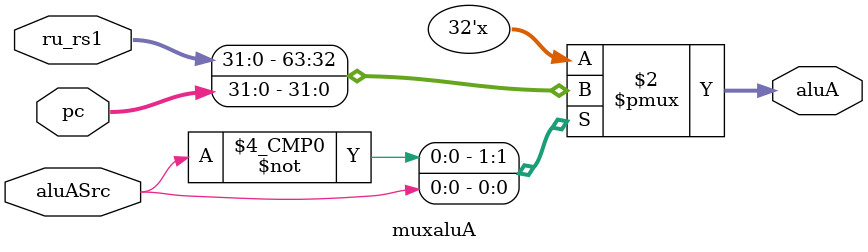
<source format=sv>
/*
mux para seleccionar la primera entrada A de la ALU
inputs:
- 32 bits del Program Counter
- 32 bits de la RU[rs1]
outputs:
- 32 bits de la entrada A seleccionada
control:
- 1 bit para seleccionar entre PC o RU[rs1] ALUASrc de la CU
*/

module muxaluA (
    input logic [31:0] pc,
    input logic [31:0] ru_rs1,
    input logic aluASrc,
    output logic [31:0] aluA
);

    always_comb begin
        case (aluASrc)
            1'b0: aluA = ru_rs1; // Selecciona RU[rs1]
            1'b1: aluA = pc;     // Selecciona PC
            default: aluA = 32'b0; // Valor por defecto (no debería ocurrir)
        endcase
    end
endmodule
</source>
